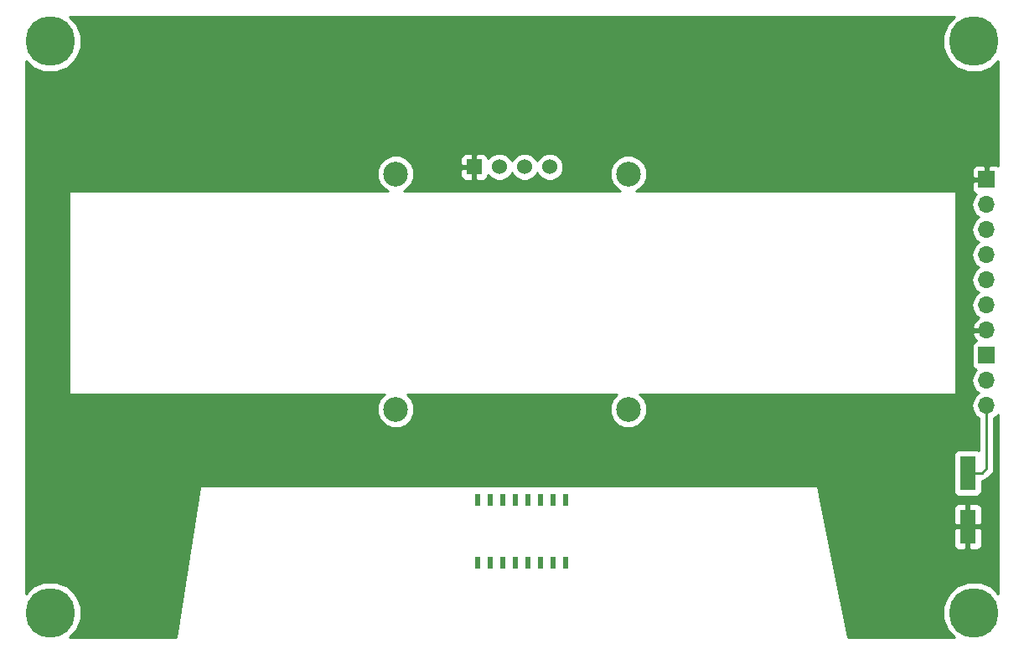
<source format=gbl>
G04 #@! TF.FileFunction,Copper,L2,Bot,Signal*
%FSLAX46Y46*%
G04 Gerber Fmt 4.6, Leading zero omitted, Abs format (unit mm)*
G04 Created by KiCad (PCBNEW 4.0.7) date 02/09/20 01:32:40*
%MOMM*%
%LPD*%
G01*
G04 APERTURE LIST*
%ADD10C,0.100000*%
%ADD11R,1.700000X1.700000*%
%ADD12O,1.700000X1.700000*%
%ADD13C,5.000000*%
%ADD14R,1.600000X3.500000*%
%ADD15R,0.508000X1.143000*%
%ADD16C,2.500000*%
%ADD17R,1.524000X1.524000*%
%ADD18C,1.524000*%
%ADD19C,0.250000*%
%ADD20C,0.254000*%
G04 APERTURE END LIST*
D10*
D11*
X168275000Y-95250000D03*
D12*
X168275000Y-97790000D03*
X168275000Y-100330000D03*
X168275000Y-102870000D03*
X168275000Y-105410000D03*
X168275000Y-107950000D03*
X168275000Y-110490000D03*
D13*
X73660000Y-139065000D03*
X167005000Y-139065000D03*
X167005000Y-81280000D03*
X73660000Y-81280000D03*
D11*
X168275000Y-113030000D03*
D12*
X168275000Y-115570000D03*
X168275000Y-118110000D03*
D14*
X166370000Y-124935000D03*
X166370000Y-130335000D03*
D15*
X116840000Y-133985000D03*
X119380000Y-133985000D03*
X120650000Y-133985000D03*
X121920000Y-133985000D03*
X123190000Y-133985000D03*
X124460000Y-133985000D03*
X125730000Y-133985000D03*
X125730000Y-127635000D03*
X124460000Y-127635000D03*
X123190000Y-127635000D03*
X121920000Y-127635000D03*
X120650000Y-127635000D03*
X119380000Y-127635000D03*
X118110000Y-127635000D03*
X116840000Y-127635000D03*
X118110000Y-133985000D03*
D16*
X132085000Y-118480000D03*
X108585000Y-118480000D03*
X132085000Y-94680000D03*
D17*
X116525000Y-93980000D03*
D18*
X119065000Y-93980000D03*
X121605000Y-93980000D03*
X124145000Y-93980000D03*
D16*
X108585000Y-94680000D03*
D19*
X168275000Y-118110000D02*
X168275000Y-124460000D01*
X167800000Y-124935000D02*
X166370000Y-124935000D01*
X168275000Y-124460000D02*
X167800000Y-124935000D01*
D20*
G36*
X164348826Y-79501847D02*
X163870546Y-80653674D01*
X163869457Y-81900854D01*
X164345727Y-83053515D01*
X165226847Y-83936174D01*
X166378674Y-84414454D01*
X167625854Y-84415543D01*
X168778515Y-83939273D01*
X169470000Y-83248994D01*
X169470000Y-93855585D01*
X169251309Y-93765000D01*
X168560750Y-93765000D01*
X168402000Y-93923750D01*
X168402000Y-95123000D01*
X168422000Y-95123000D01*
X168422000Y-95377000D01*
X168402000Y-95377000D01*
X168402000Y-95397000D01*
X168148000Y-95397000D01*
X168148000Y-95377000D01*
X166948750Y-95377000D01*
X166790000Y-95535750D01*
X166790000Y-96226310D01*
X166886673Y-96459699D01*
X167065302Y-96638327D01*
X167239777Y-96710597D01*
X167195853Y-96739946D01*
X166873946Y-97221715D01*
X166760907Y-97790000D01*
X166873946Y-98358285D01*
X167195853Y-98840054D01*
X167525026Y-99060000D01*
X167195853Y-99279946D01*
X166873946Y-99761715D01*
X166760907Y-100330000D01*
X166873946Y-100898285D01*
X167195853Y-101380054D01*
X167525026Y-101600000D01*
X167195853Y-101819946D01*
X166873946Y-102301715D01*
X166760907Y-102870000D01*
X166873946Y-103438285D01*
X167195853Y-103920054D01*
X167525026Y-104140000D01*
X167195853Y-104359946D01*
X166873946Y-104841715D01*
X166760907Y-105410000D01*
X166873946Y-105978285D01*
X167195853Y-106460054D01*
X167525026Y-106680000D01*
X167195853Y-106899946D01*
X166873946Y-107381715D01*
X166760907Y-107950000D01*
X166873946Y-108518285D01*
X167195853Y-109000054D01*
X167536553Y-109227702D01*
X167393642Y-109294817D01*
X167003355Y-109723076D01*
X166833524Y-110133110D01*
X166954845Y-110363000D01*
X168148000Y-110363000D01*
X168148000Y-110343000D01*
X168402000Y-110343000D01*
X168402000Y-110363000D01*
X168422000Y-110363000D01*
X168422000Y-110617000D01*
X168402000Y-110617000D01*
X168402000Y-110637000D01*
X168148000Y-110637000D01*
X168148000Y-110617000D01*
X166954845Y-110617000D01*
X166833524Y-110846890D01*
X167003355Y-111256924D01*
X167279501Y-111559937D01*
X167189683Y-111576838D01*
X166973559Y-111715910D01*
X166828569Y-111928110D01*
X166777560Y-112180000D01*
X166777560Y-113880000D01*
X166821838Y-114115317D01*
X166960910Y-114331441D01*
X167173110Y-114476431D01*
X167240541Y-114490086D01*
X167195853Y-114519946D01*
X166873946Y-115001715D01*
X166760907Y-115570000D01*
X166873946Y-116138285D01*
X167195853Y-116620054D01*
X167525026Y-116840000D01*
X167195853Y-117059946D01*
X166873946Y-117541715D01*
X166760907Y-118110000D01*
X166873946Y-118678285D01*
X167195853Y-119160054D01*
X167515000Y-119373301D01*
X167515000Y-122652188D01*
X167421890Y-122588569D01*
X167170000Y-122537560D01*
X165570000Y-122537560D01*
X165334683Y-122581838D01*
X165118559Y-122720910D01*
X164973569Y-122933110D01*
X164922560Y-123185000D01*
X164922560Y-126685000D01*
X164966838Y-126920317D01*
X165105910Y-127136441D01*
X165318110Y-127281431D01*
X165570000Y-127332440D01*
X167170000Y-127332440D01*
X167405317Y-127288162D01*
X167621441Y-127149090D01*
X167766431Y-126936890D01*
X167817440Y-126685000D01*
X167817440Y-125691531D01*
X168090839Y-125637148D01*
X168337401Y-125472401D01*
X168812401Y-124997401D01*
X168977148Y-124750840D01*
X168998368Y-124644161D01*
X169035000Y-124460000D01*
X169035000Y-119373301D01*
X169354147Y-119160054D01*
X169470000Y-118986667D01*
X169470000Y-137096873D01*
X168783153Y-136408826D01*
X167631326Y-135930546D01*
X166384146Y-135929457D01*
X165231485Y-136405727D01*
X164348826Y-137286847D01*
X163870546Y-138438674D01*
X163869457Y-139685854D01*
X164345727Y-140838515D01*
X165036006Y-141530000D01*
X154292515Y-141530000D01*
X152110666Y-130620750D01*
X164935000Y-130620750D01*
X164935000Y-132211309D01*
X165031673Y-132444698D01*
X165210301Y-132623327D01*
X165443690Y-132720000D01*
X166084250Y-132720000D01*
X166243000Y-132561250D01*
X166243000Y-130462000D01*
X166497000Y-130462000D01*
X166497000Y-132561250D01*
X166655750Y-132720000D01*
X167296310Y-132720000D01*
X167529699Y-132623327D01*
X167708327Y-132444698D01*
X167805000Y-132211309D01*
X167805000Y-130620750D01*
X167646250Y-130462000D01*
X166497000Y-130462000D01*
X166243000Y-130462000D01*
X165093750Y-130462000D01*
X164935000Y-130620750D01*
X152110666Y-130620750D01*
X151678254Y-128458691D01*
X164935000Y-128458691D01*
X164935000Y-130049250D01*
X165093750Y-130208000D01*
X166243000Y-130208000D01*
X166243000Y-128108750D01*
X166497000Y-128108750D01*
X166497000Y-130208000D01*
X167646250Y-130208000D01*
X167805000Y-130049250D01*
X167805000Y-128458691D01*
X167708327Y-128225302D01*
X167529699Y-128046673D01*
X167296310Y-127950000D01*
X166655750Y-127950000D01*
X166497000Y-128108750D01*
X166243000Y-128108750D01*
X166084250Y-127950000D01*
X165443690Y-127950000D01*
X165210301Y-128046673D01*
X165031673Y-128225302D01*
X164935000Y-128458691D01*
X151678254Y-128458691D01*
X151254534Y-126340093D01*
X151221035Y-126276447D01*
X151179410Y-126248006D01*
X151130000Y-126238000D01*
X88900000Y-126238000D01*
X88873113Y-126240879D01*
X88826941Y-126261118D01*
X88792282Y-126297726D01*
X88774595Y-126344935D01*
X86344985Y-141530000D01*
X75628127Y-141530000D01*
X76316174Y-140843153D01*
X76794454Y-139691326D01*
X76795543Y-138444146D01*
X76319273Y-137291485D01*
X75438153Y-136408826D01*
X74286326Y-135930546D01*
X73039146Y-135929457D01*
X71886485Y-136405727D01*
X71195000Y-137096006D01*
X71195000Y-96520000D01*
X75565000Y-96520000D01*
X75565000Y-116840000D01*
X75573685Y-116886159D01*
X75600965Y-116928553D01*
X75642590Y-116956994D01*
X75692000Y-116967000D01*
X107432521Y-116967000D01*
X106987907Y-117410839D01*
X106700328Y-118103405D01*
X106699674Y-118853305D01*
X106986043Y-119546372D01*
X107515839Y-120077093D01*
X108208405Y-120364672D01*
X108958305Y-120365326D01*
X109651372Y-120078957D01*
X110182093Y-119549161D01*
X110469672Y-118856595D01*
X110470326Y-118106695D01*
X110183957Y-117413628D01*
X109738107Y-116967000D01*
X130932521Y-116967000D01*
X130487907Y-117410839D01*
X130200328Y-118103405D01*
X130199674Y-118853305D01*
X130486043Y-119546372D01*
X131015839Y-120077093D01*
X131708405Y-120364672D01*
X132458305Y-120365326D01*
X133151372Y-120078957D01*
X133682093Y-119549161D01*
X133969672Y-118856595D01*
X133970326Y-118106695D01*
X133683957Y-117413628D01*
X133238107Y-116967000D01*
X165100000Y-116967000D01*
X165146159Y-116958315D01*
X165188553Y-116931035D01*
X165216994Y-116889410D01*
X165227000Y-116840000D01*
X165227000Y-96520000D01*
X165218315Y-96473841D01*
X165191035Y-96431447D01*
X165149410Y-96403006D01*
X165100000Y-96393000D01*
X132875366Y-96393000D01*
X133151372Y-96278957D01*
X133682093Y-95749161D01*
X133969672Y-95056595D01*
X133970326Y-94306695D01*
X133956689Y-94273690D01*
X166790000Y-94273690D01*
X166790000Y-94964250D01*
X166948750Y-95123000D01*
X168148000Y-95123000D01*
X168148000Y-93923750D01*
X167989250Y-93765000D01*
X167298691Y-93765000D01*
X167065302Y-93861673D01*
X166886673Y-94040301D01*
X166790000Y-94273690D01*
X133956689Y-94273690D01*
X133683957Y-93613628D01*
X133154161Y-93082907D01*
X132461595Y-92795328D01*
X131711695Y-92794674D01*
X131018628Y-93081043D01*
X130487907Y-93610839D01*
X130200328Y-94303405D01*
X130199674Y-95053305D01*
X130486043Y-95746372D01*
X131015839Y-96277093D01*
X131294974Y-96393000D01*
X109375366Y-96393000D01*
X109651372Y-96278957D01*
X110182093Y-95749161D01*
X110469672Y-95056595D01*
X110470326Y-94306695D01*
X110453408Y-94265750D01*
X115128000Y-94265750D01*
X115128000Y-94868310D01*
X115224673Y-95101699D01*
X115403302Y-95280327D01*
X115636691Y-95377000D01*
X116239250Y-95377000D01*
X116398000Y-95218250D01*
X116398000Y-94107000D01*
X115286750Y-94107000D01*
X115128000Y-94265750D01*
X110453408Y-94265750D01*
X110183957Y-93613628D01*
X109662929Y-93091690D01*
X115128000Y-93091690D01*
X115128000Y-93694250D01*
X115286750Y-93853000D01*
X116398000Y-93853000D01*
X116398000Y-92741750D01*
X116652000Y-92741750D01*
X116652000Y-93853000D01*
X116672000Y-93853000D01*
X116672000Y-94107000D01*
X116652000Y-94107000D01*
X116652000Y-95218250D01*
X116810750Y-95377000D01*
X117413309Y-95377000D01*
X117646698Y-95280327D01*
X117825327Y-95101699D01*
X117922000Y-94868310D01*
X117922000Y-94812386D01*
X118272630Y-95163629D01*
X118785900Y-95376757D01*
X119341661Y-95377242D01*
X119855303Y-95165010D01*
X120248629Y-94772370D01*
X120334949Y-94564488D01*
X120419990Y-94770303D01*
X120812630Y-95163629D01*
X121325900Y-95376757D01*
X121881661Y-95377242D01*
X122395303Y-95165010D01*
X122788629Y-94772370D01*
X122874949Y-94564488D01*
X122959990Y-94770303D01*
X123352630Y-95163629D01*
X123865900Y-95376757D01*
X124421661Y-95377242D01*
X124935303Y-95165010D01*
X125328629Y-94772370D01*
X125541757Y-94259100D01*
X125542242Y-93703339D01*
X125330010Y-93189697D01*
X124937370Y-92796371D01*
X124424100Y-92583243D01*
X123868339Y-92582758D01*
X123354697Y-92794990D01*
X122961371Y-93187630D01*
X122875051Y-93395512D01*
X122790010Y-93189697D01*
X122397370Y-92796371D01*
X121884100Y-92583243D01*
X121328339Y-92582758D01*
X120814697Y-92794990D01*
X120421371Y-93187630D01*
X120335051Y-93395512D01*
X120250010Y-93189697D01*
X119857370Y-92796371D01*
X119344100Y-92583243D01*
X118788339Y-92582758D01*
X118274697Y-92794990D01*
X117922000Y-93147072D01*
X117922000Y-93091690D01*
X117825327Y-92858301D01*
X117646698Y-92679673D01*
X117413309Y-92583000D01*
X116810750Y-92583000D01*
X116652000Y-92741750D01*
X116398000Y-92741750D01*
X116239250Y-92583000D01*
X115636691Y-92583000D01*
X115403302Y-92679673D01*
X115224673Y-92858301D01*
X115128000Y-93091690D01*
X109662929Y-93091690D01*
X109654161Y-93082907D01*
X108961595Y-92795328D01*
X108211695Y-92794674D01*
X107518628Y-93081043D01*
X106987907Y-93610839D01*
X106700328Y-94303405D01*
X106699674Y-95053305D01*
X106986043Y-95746372D01*
X107515839Y-96277093D01*
X107794974Y-96393000D01*
X75692000Y-96393000D01*
X75645841Y-96401685D01*
X75603447Y-96428965D01*
X75575006Y-96470590D01*
X75565000Y-96520000D01*
X71195000Y-96520000D01*
X71195000Y-83248127D01*
X71881847Y-83936174D01*
X73033674Y-84414454D01*
X74280854Y-84415543D01*
X75433515Y-83939273D01*
X76316174Y-83058153D01*
X76794454Y-81906326D01*
X76795543Y-80659146D01*
X76319273Y-79506485D01*
X75628994Y-78815000D01*
X165036873Y-78815000D01*
X164348826Y-79501847D01*
X164348826Y-79501847D01*
G37*
X164348826Y-79501847D02*
X163870546Y-80653674D01*
X163869457Y-81900854D01*
X164345727Y-83053515D01*
X165226847Y-83936174D01*
X166378674Y-84414454D01*
X167625854Y-84415543D01*
X168778515Y-83939273D01*
X169470000Y-83248994D01*
X169470000Y-93855585D01*
X169251309Y-93765000D01*
X168560750Y-93765000D01*
X168402000Y-93923750D01*
X168402000Y-95123000D01*
X168422000Y-95123000D01*
X168422000Y-95377000D01*
X168402000Y-95377000D01*
X168402000Y-95397000D01*
X168148000Y-95397000D01*
X168148000Y-95377000D01*
X166948750Y-95377000D01*
X166790000Y-95535750D01*
X166790000Y-96226310D01*
X166886673Y-96459699D01*
X167065302Y-96638327D01*
X167239777Y-96710597D01*
X167195853Y-96739946D01*
X166873946Y-97221715D01*
X166760907Y-97790000D01*
X166873946Y-98358285D01*
X167195853Y-98840054D01*
X167525026Y-99060000D01*
X167195853Y-99279946D01*
X166873946Y-99761715D01*
X166760907Y-100330000D01*
X166873946Y-100898285D01*
X167195853Y-101380054D01*
X167525026Y-101600000D01*
X167195853Y-101819946D01*
X166873946Y-102301715D01*
X166760907Y-102870000D01*
X166873946Y-103438285D01*
X167195853Y-103920054D01*
X167525026Y-104140000D01*
X167195853Y-104359946D01*
X166873946Y-104841715D01*
X166760907Y-105410000D01*
X166873946Y-105978285D01*
X167195853Y-106460054D01*
X167525026Y-106680000D01*
X167195853Y-106899946D01*
X166873946Y-107381715D01*
X166760907Y-107950000D01*
X166873946Y-108518285D01*
X167195853Y-109000054D01*
X167536553Y-109227702D01*
X167393642Y-109294817D01*
X167003355Y-109723076D01*
X166833524Y-110133110D01*
X166954845Y-110363000D01*
X168148000Y-110363000D01*
X168148000Y-110343000D01*
X168402000Y-110343000D01*
X168402000Y-110363000D01*
X168422000Y-110363000D01*
X168422000Y-110617000D01*
X168402000Y-110617000D01*
X168402000Y-110637000D01*
X168148000Y-110637000D01*
X168148000Y-110617000D01*
X166954845Y-110617000D01*
X166833524Y-110846890D01*
X167003355Y-111256924D01*
X167279501Y-111559937D01*
X167189683Y-111576838D01*
X166973559Y-111715910D01*
X166828569Y-111928110D01*
X166777560Y-112180000D01*
X166777560Y-113880000D01*
X166821838Y-114115317D01*
X166960910Y-114331441D01*
X167173110Y-114476431D01*
X167240541Y-114490086D01*
X167195853Y-114519946D01*
X166873946Y-115001715D01*
X166760907Y-115570000D01*
X166873946Y-116138285D01*
X167195853Y-116620054D01*
X167525026Y-116840000D01*
X167195853Y-117059946D01*
X166873946Y-117541715D01*
X166760907Y-118110000D01*
X166873946Y-118678285D01*
X167195853Y-119160054D01*
X167515000Y-119373301D01*
X167515000Y-122652188D01*
X167421890Y-122588569D01*
X167170000Y-122537560D01*
X165570000Y-122537560D01*
X165334683Y-122581838D01*
X165118559Y-122720910D01*
X164973569Y-122933110D01*
X164922560Y-123185000D01*
X164922560Y-126685000D01*
X164966838Y-126920317D01*
X165105910Y-127136441D01*
X165318110Y-127281431D01*
X165570000Y-127332440D01*
X167170000Y-127332440D01*
X167405317Y-127288162D01*
X167621441Y-127149090D01*
X167766431Y-126936890D01*
X167817440Y-126685000D01*
X167817440Y-125691531D01*
X168090839Y-125637148D01*
X168337401Y-125472401D01*
X168812401Y-124997401D01*
X168977148Y-124750840D01*
X168998368Y-124644161D01*
X169035000Y-124460000D01*
X169035000Y-119373301D01*
X169354147Y-119160054D01*
X169470000Y-118986667D01*
X169470000Y-137096873D01*
X168783153Y-136408826D01*
X167631326Y-135930546D01*
X166384146Y-135929457D01*
X165231485Y-136405727D01*
X164348826Y-137286847D01*
X163870546Y-138438674D01*
X163869457Y-139685854D01*
X164345727Y-140838515D01*
X165036006Y-141530000D01*
X154292515Y-141530000D01*
X152110666Y-130620750D01*
X164935000Y-130620750D01*
X164935000Y-132211309D01*
X165031673Y-132444698D01*
X165210301Y-132623327D01*
X165443690Y-132720000D01*
X166084250Y-132720000D01*
X166243000Y-132561250D01*
X166243000Y-130462000D01*
X166497000Y-130462000D01*
X166497000Y-132561250D01*
X166655750Y-132720000D01*
X167296310Y-132720000D01*
X167529699Y-132623327D01*
X167708327Y-132444698D01*
X167805000Y-132211309D01*
X167805000Y-130620750D01*
X167646250Y-130462000D01*
X166497000Y-130462000D01*
X166243000Y-130462000D01*
X165093750Y-130462000D01*
X164935000Y-130620750D01*
X152110666Y-130620750D01*
X151678254Y-128458691D01*
X164935000Y-128458691D01*
X164935000Y-130049250D01*
X165093750Y-130208000D01*
X166243000Y-130208000D01*
X166243000Y-128108750D01*
X166497000Y-128108750D01*
X166497000Y-130208000D01*
X167646250Y-130208000D01*
X167805000Y-130049250D01*
X167805000Y-128458691D01*
X167708327Y-128225302D01*
X167529699Y-128046673D01*
X167296310Y-127950000D01*
X166655750Y-127950000D01*
X166497000Y-128108750D01*
X166243000Y-128108750D01*
X166084250Y-127950000D01*
X165443690Y-127950000D01*
X165210301Y-128046673D01*
X165031673Y-128225302D01*
X164935000Y-128458691D01*
X151678254Y-128458691D01*
X151254534Y-126340093D01*
X151221035Y-126276447D01*
X151179410Y-126248006D01*
X151130000Y-126238000D01*
X88900000Y-126238000D01*
X88873113Y-126240879D01*
X88826941Y-126261118D01*
X88792282Y-126297726D01*
X88774595Y-126344935D01*
X86344985Y-141530000D01*
X75628127Y-141530000D01*
X76316174Y-140843153D01*
X76794454Y-139691326D01*
X76795543Y-138444146D01*
X76319273Y-137291485D01*
X75438153Y-136408826D01*
X74286326Y-135930546D01*
X73039146Y-135929457D01*
X71886485Y-136405727D01*
X71195000Y-137096006D01*
X71195000Y-96520000D01*
X75565000Y-96520000D01*
X75565000Y-116840000D01*
X75573685Y-116886159D01*
X75600965Y-116928553D01*
X75642590Y-116956994D01*
X75692000Y-116967000D01*
X107432521Y-116967000D01*
X106987907Y-117410839D01*
X106700328Y-118103405D01*
X106699674Y-118853305D01*
X106986043Y-119546372D01*
X107515839Y-120077093D01*
X108208405Y-120364672D01*
X108958305Y-120365326D01*
X109651372Y-120078957D01*
X110182093Y-119549161D01*
X110469672Y-118856595D01*
X110470326Y-118106695D01*
X110183957Y-117413628D01*
X109738107Y-116967000D01*
X130932521Y-116967000D01*
X130487907Y-117410839D01*
X130200328Y-118103405D01*
X130199674Y-118853305D01*
X130486043Y-119546372D01*
X131015839Y-120077093D01*
X131708405Y-120364672D01*
X132458305Y-120365326D01*
X133151372Y-120078957D01*
X133682093Y-119549161D01*
X133969672Y-118856595D01*
X133970326Y-118106695D01*
X133683957Y-117413628D01*
X133238107Y-116967000D01*
X165100000Y-116967000D01*
X165146159Y-116958315D01*
X165188553Y-116931035D01*
X165216994Y-116889410D01*
X165227000Y-116840000D01*
X165227000Y-96520000D01*
X165218315Y-96473841D01*
X165191035Y-96431447D01*
X165149410Y-96403006D01*
X165100000Y-96393000D01*
X132875366Y-96393000D01*
X133151372Y-96278957D01*
X133682093Y-95749161D01*
X133969672Y-95056595D01*
X133970326Y-94306695D01*
X133956689Y-94273690D01*
X166790000Y-94273690D01*
X166790000Y-94964250D01*
X166948750Y-95123000D01*
X168148000Y-95123000D01*
X168148000Y-93923750D01*
X167989250Y-93765000D01*
X167298691Y-93765000D01*
X167065302Y-93861673D01*
X166886673Y-94040301D01*
X166790000Y-94273690D01*
X133956689Y-94273690D01*
X133683957Y-93613628D01*
X133154161Y-93082907D01*
X132461595Y-92795328D01*
X131711695Y-92794674D01*
X131018628Y-93081043D01*
X130487907Y-93610839D01*
X130200328Y-94303405D01*
X130199674Y-95053305D01*
X130486043Y-95746372D01*
X131015839Y-96277093D01*
X131294974Y-96393000D01*
X109375366Y-96393000D01*
X109651372Y-96278957D01*
X110182093Y-95749161D01*
X110469672Y-95056595D01*
X110470326Y-94306695D01*
X110453408Y-94265750D01*
X115128000Y-94265750D01*
X115128000Y-94868310D01*
X115224673Y-95101699D01*
X115403302Y-95280327D01*
X115636691Y-95377000D01*
X116239250Y-95377000D01*
X116398000Y-95218250D01*
X116398000Y-94107000D01*
X115286750Y-94107000D01*
X115128000Y-94265750D01*
X110453408Y-94265750D01*
X110183957Y-93613628D01*
X109662929Y-93091690D01*
X115128000Y-93091690D01*
X115128000Y-93694250D01*
X115286750Y-93853000D01*
X116398000Y-93853000D01*
X116398000Y-92741750D01*
X116652000Y-92741750D01*
X116652000Y-93853000D01*
X116672000Y-93853000D01*
X116672000Y-94107000D01*
X116652000Y-94107000D01*
X116652000Y-95218250D01*
X116810750Y-95377000D01*
X117413309Y-95377000D01*
X117646698Y-95280327D01*
X117825327Y-95101699D01*
X117922000Y-94868310D01*
X117922000Y-94812386D01*
X118272630Y-95163629D01*
X118785900Y-95376757D01*
X119341661Y-95377242D01*
X119855303Y-95165010D01*
X120248629Y-94772370D01*
X120334949Y-94564488D01*
X120419990Y-94770303D01*
X120812630Y-95163629D01*
X121325900Y-95376757D01*
X121881661Y-95377242D01*
X122395303Y-95165010D01*
X122788629Y-94772370D01*
X122874949Y-94564488D01*
X122959990Y-94770303D01*
X123352630Y-95163629D01*
X123865900Y-95376757D01*
X124421661Y-95377242D01*
X124935303Y-95165010D01*
X125328629Y-94772370D01*
X125541757Y-94259100D01*
X125542242Y-93703339D01*
X125330010Y-93189697D01*
X124937370Y-92796371D01*
X124424100Y-92583243D01*
X123868339Y-92582758D01*
X123354697Y-92794990D01*
X122961371Y-93187630D01*
X122875051Y-93395512D01*
X122790010Y-93189697D01*
X122397370Y-92796371D01*
X121884100Y-92583243D01*
X121328339Y-92582758D01*
X120814697Y-92794990D01*
X120421371Y-93187630D01*
X120335051Y-93395512D01*
X120250010Y-93189697D01*
X119857370Y-92796371D01*
X119344100Y-92583243D01*
X118788339Y-92582758D01*
X118274697Y-92794990D01*
X117922000Y-93147072D01*
X117922000Y-93091690D01*
X117825327Y-92858301D01*
X117646698Y-92679673D01*
X117413309Y-92583000D01*
X116810750Y-92583000D01*
X116652000Y-92741750D01*
X116398000Y-92741750D01*
X116239250Y-92583000D01*
X115636691Y-92583000D01*
X115403302Y-92679673D01*
X115224673Y-92858301D01*
X115128000Y-93091690D01*
X109662929Y-93091690D01*
X109654161Y-93082907D01*
X108961595Y-92795328D01*
X108211695Y-92794674D01*
X107518628Y-93081043D01*
X106987907Y-93610839D01*
X106700328Y-94303405D01*
X106699674Y-95053305D01*
X106986043Y-95746372D01*
X107515839Y-96277093D01*
X107794974Y-96393000D01*
X75692000Y-96393000D01*
X75645841Y-96401685D01*
X75603447Y-96428965D01*
X75575006Y-96470590D01*
X75565000Y-96520000D01*
X71195000Y-96520000D01*
X71195000Y-83248127D01*
X71881847Y-83936174D01*
X73033674Y-84414454D01*
X74280854Y-84415543D01*
X75433515Y-83939273D01*
X76316174Y-83058153D01*
X76794454Y-81906326D01*
X76795543Y-80659146D01*
X76319273Y-79506485D01*
X75628994Y-78815000D01*
X165036873Y-78815000D01*
X164348826Y-79501847D01*
M02*

</source>
